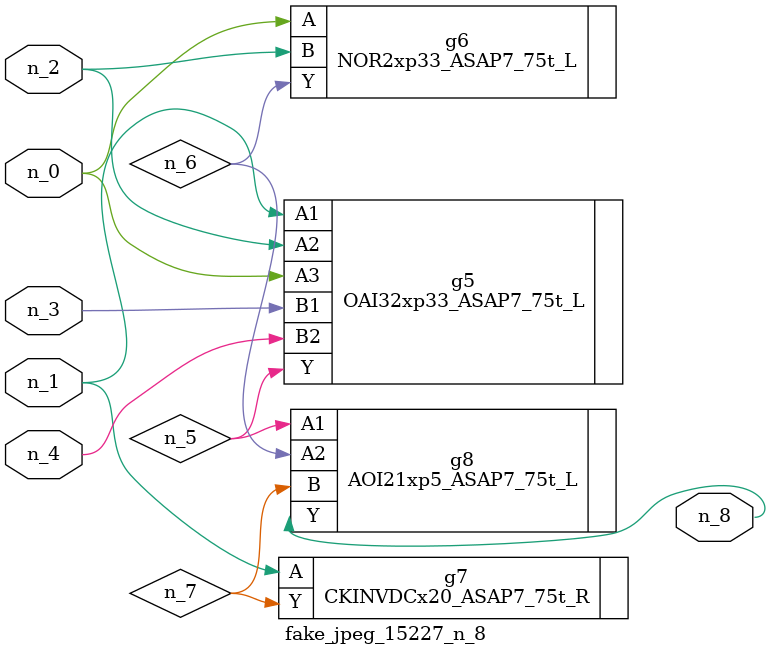
<source format=v>
module fake_jpeg_15227_n_8 (n_3, n_2, n_1, n_0, n_4, n_8);

input n_3;
input n_2;
input n_1;
input n_0;
input n_4;

output n_8;

wire n_6;
wire n_5;
wire n_7;

OAI32xp33_ASAP7_75t_L g5 ( 
.A1(n_1),
.A2(n_2),
.A3(n_0),
.B1(n_3),
.B2(n_4),
.Y(n_5)
);

NOR2xp33_ASAP7_75t_L g6 ( 
.A(n_0),
.B(n_2),
.Y(n_6)
);

CKINVDCx20_ASAP7_75t_R g7 ( 
.A(n_1),
.Y(n_7)
);

AOI21xp5_ASAP7_75t_L g8 ( 
.A1(n_5),
.A2(n_6),
.B(n_7),
.Y(n_8)
);


endmodule
</source>
